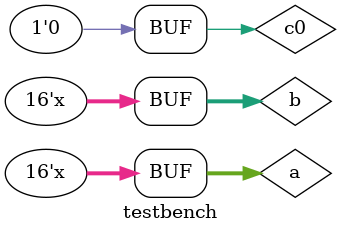
<source format=v>
`timescale 1ns / 1ps


module testbench();
    reg [15:0] a, b;
    reg c0;
    wire [15:0] s;
    wire c4;
    
    adder16 DUT(
        .a(a),
        .b(b),
        .c0(c0),
        .s(s),
        .c16(c4)
    );
    
    initial begin
    a = 16'b0000000000000000;
    b = 16'b0000000000000000;
    c0 = 1'b0;
   end
    
    always begin
        a = a+1;
        b = b-1;
        #70
        $display("a = %d, b = %b, s = %d, c4 = %b", a, b, s, c4);
   end
    
endmodule

</source>
